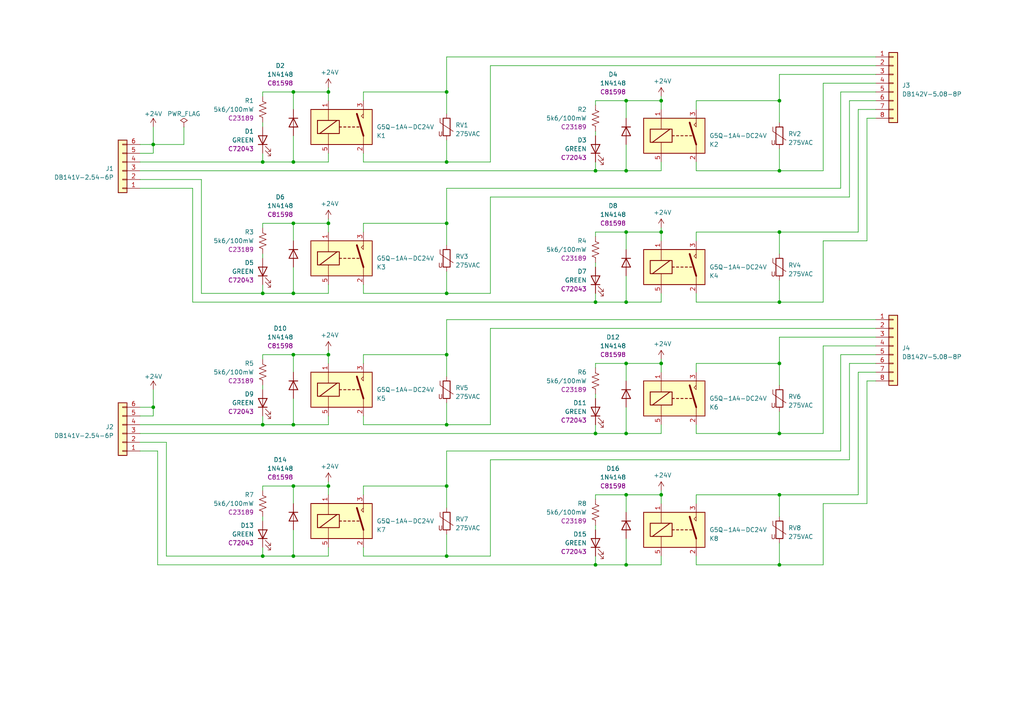
<source format=kicad_sch>
(kicad_sch (version 20231120) (generator "eeschema") (generator_version "8.0")
  (paper "A4")
  (title_block (title "8x 24V 12A Relay Module") (date "2023-05-20") (rev "V2"))
  (lib_symbols
    (symbol "Connector_Generic:Conn_01x06" (pin_names (offset 1.016) hide)
      (property "Reference" "J" (at 0 7.62 0))
      (property "Value" "Conn_01x06" (at 0 -10.16 0))
      (symbol "Conn_01x06_1_1"
        (rectangle (start -1.27 -7.493) (end 0 -7.747) (stroke (width 0.1524)))
        (rectangle (start -1.27 -4.953) (end 0 -5.207) (stroke (width 0.1524)))
        (rectangle (start -1.27 -2.413) (end 0 -2.667) (stroke (width 0.1524)))
        (rectangle (start -1.27 0.127) (end 0 -0.127) (stroke (width 0.1524)))
        (rectangle (start -1.27 2.667) (end 0 2.413) (stroke (width 0.1524)))
        (rectangle (start -1.27 5.207) (end 0 4.953) (stroke (width 0.1524)))
        (rectangle (start -1.27 6.35) (end 1.27 -8.89) (stroke (width 0.254)) (fill (type background)))
        (pin passive line (at -5.08 5.08 0) (length 3.81) (name "Pin_1") (number "1"))
        (pin passive line (at -5.08 2.54 0) (length 3.81) (name "Pin_2") (number "2"))
        (pin passive line (at -5.08 0 0) (length 3.81) (name "Pin_3") (number "3"))
        (pin passive line (at -5.08 -2.54 0) (length 3.81) (name "Pin_4") (number "4"))
        (pin passive line (at -5.08 -5.08 0) (length 3.81) (name "Pin_5") (number "5"))
        (pin passive line (at -5.08 -7.62 0) (length 3.81) (name "Pin_6") (number "6"))
      )
    )
    (symbol "Connector_Generic:Conn_01x08" (pin_names (offset 1.016) hide)
      (property "Reference" "J" (at 0 10.16 0))
      (property "Value" "Conn_01x08" (at 0 -12.7 0))
      (symbol "Conn_01x08_1_1"
        (rectangle (start -1.27 -10.033) (end 0 -10.287) (stroke (width 0.1524)))
        (rectangle (start -1.27 -7.493) (end 0 -7.747) (stroke (width 0.1524)))
        (rectangle (start -1.27 -4.953) (end 0 -5.207) (stroke (width 0.1524)))
        (rectangle (start -1.27 -2.413) (end 0 -2.667) (stroke (width 0.1524)))
        (rectangle (start -1.27 0.127) (end 0 -0.127) (stroke (width 0.1524)))
        (rectangle (start -1.27 2.667) (end 0 2.413) (stroke (width 0.1524)))
        (rectangle (start -1.27 5.207) (end 0 4.953) (stroke (width 0.1524)))
        (rectangle (start -1.27 7.747) (end 0 7.493) (stroke (width 0.1524)))
        (rectangle (start -1.27 8.89) (end 1.27 -11.43) (stroke (width 0.254)) (fill (type background)))
        (pin passive line (at -5.08 7.62 0) (length 3.81) (name "Pin_1") (number "1"))
        (pin passive line (at -5.08 5.08 0) (length 3.81) (name "Pin_2") (number "2"))
        (pin passive line (at -5.08 2.54 0) (length 3.81) (name "Pin_3") (number "3"))
        (pin passive line (at -5.08 0 0) (length 3.81) (name "Pin_4") (number "4"))
        (pin passive line (at -5.08 -2.54 0) (length 3.81) (name "Pin_5") (number "5"))
        (pin passive line (at -5.08 -5.08 0) (length 3.81) (name "Pin_6") (number "6"))
        (pin passive line (at -5.08 -7.62 0) (length 3.81) (name "Pin_7") (number "7"))
        (pin passive line (at -5.08 -10.16 0) (length 3.81) (name "Pin_8") (number "8"))
      )
    )
    (symbol "Device:D" (pin_numbers hide) (pin_names (offset 1.016) hide)
      (property "Reference" "D" (at 0 2.54 0))
      (property "Value" "D" (at 0 -2.54 0))
      (symbol "D_0_1"
        (polyline (pts (xy -1.27 1.27) (xy -1.27 -1.27)) (stroke (width 0.254)))
        (polyline (pts (xy 1.27 0) (xy -1.27 0)))
        (polyline (pts (xy 1.27 1.27) (xy 1.27 -1.27) (xy -1.27 0) (xy 1.27 1.27)) (stroke (width 0.254)))
      )
      (symbol "D_1_1"
        (pin passive line (at -3.81 0 0) (length 2.54) (name "K") (number "1"))
        (pin passive line (at 3.81 0 180) (length 2.54) (name "A") (number "2"))
      )
    )
    (symbol "Device:LED" (pin_numbers hide) (pin_names (offset 1.016) hide)
      (property "Reference" "D" (at 0 2.54 0))
      (property "Value" "LED" (at 0 -2.54 0))
      (symbol "LED_0_1"
        (polyline (pts (xy -1.27 -1.27) (xy -1.27 1.27)) (stroke (width 0.254)))
        (polyline (pts (xy -1.27 0) (xy 1.27 0)))
        (polyline (pts (xy 1.27 -1.27) (xy 1.27 1.27) (xy -1.27 0) (xy 1.27 -1.27)) (stroke (width 0.254)))
        (polyline (pts (xy -3.048 -0.762) (xy -4.572 -2.286) (xy -3.81 -2.286) (xy -4.572 -2.286) (xy -4.572 -1.524)))
        (polyline (pts (xy -1.778 -0.762) (xy -3.302 -2.286) (xy -2.54 -2.286) (xy -3.302 -2.286) (xy -3.302 -1.524)))
      )
      (symbol "LED_1_1"
        (pin passive line (at -3.81 0 0) (length 2.54) (name "K") (number "1"))
        (pin passive line (at 3.81 0 180) (length 2.54) (name "A") (number "2"))
      )
    )
    (symbol "Device:R_US" (pin_numbers hide) (pin_names (offset 0))
      (property "Reference" "R" (at 2.54 0 90))
      (property "Value" "R_US" (at -2.54 0 90))
      (symbol "R_US_0_1"
        (polyline (pts (xy 0 -2.286) (xy 0 -2.54)))
        (polyline (pts (xy 0 2.286) (xy 0 2.54)))
        (polyline (pts (xy 0 -0.762) (xy 1.016 -1.143) (xy 0 -1.524) (xy -1.016 -1.905) (xy 0 -2.286)))
        (polyline (pts (xy 0 0.762) (xy 1.016 0.381) (xy 0 0) (xy -1.016 -0.381) (xy 0 -0.762)))
        (polyline (pts (xy 0 2.286) (xy 1.016 1.905) (xy 0 1.524) (xy -1.016 1.143) (xy 0 0.762)))
      )
      (symbol "R_US_1_1"
        (pin passive line (at 0 3.81 270) (length 1.27) (name "~") (number "1"))
        (pin passive line (at 0 -3.81 90) (length 1.27) (name "~") (number "2"))
      )
    )
    (symbol "Device:Varistor" (pin_numbers hide) (pin_names (offset 0))
      (property "Reference" "RV" (at 3.175 0 90))
      (property "Value" "Varistor" (at -3.175 0 90))
      (symbol "Varistor_0_0"
        (text "U" (at -1.778 -2.032 0) (effects (font (size 1.27 1.27))))
      )
      (symbol "Varistor_0_1"
        (rectangle (start -1.016 -2.54) (end 1.016 2.54) (stroke (width 0.254)))
        (polyline (pts (xy -1.905 2.54) (xy -1.905 1.27) (xy 1.905 -1.27)))
      )
      (symbol "Varistor_1_1"
        (pin passive line (at 0 3.81 270) (length 1.27) (name "~") (number "1"))
        (pin passive line (at 0 -3.81 90) (length 1.27) (name "~") (number "2"))
      )
    )
    (symbol "Tales:G5Q-1A"
      (property "Reference" "K" (at 8.89 3.81 0))
      (property "Value" "G5Q-1A" (at 8.89 1.27 0))
      (symbol "G5Q-1A_0_0"
        (polyline (pts (xy 5.08 5.08) (xy 5.08 2.54) (xy 4.445 3.175) (xy 5.08 3.81)))
      )
      (symbol "G5Q-1A_0_1"
        (rectangle (start -10.16 5.08) (end 7.62 -5.08) (stroke (width 0.254)) (fill (type background)))
        (rectangle (start -8.255 1.905) (end -1.905 -1.905) (stroke (width 0.254)))
        (polyline (pts (xy -7.62 -1.905) (xy -2.54 1.905)) (stroke (width 0.254)))
        (polyline (pts (xy -5.08 -5.08) (xy -5.08 -1.905)))
        (polyline (pts (xy -5.08 5.08) (xy -5.08 1.905)))
        (polyline (pts (xy -1.905 0) (xy -1.27 0)) (stroke (width 0.254)))
        (polyline (pts (xy -0.635 0) (xy 0 0)) (stroke (width 0.254)))
        (polyline (pts (xy 0.635 0) (xy 1.27 0)) (stroke (width 0.254)))
        (polyline (pts (xy 1.905 0) (xy 2.54 0)) (stroke (width 0.254)))
        (polyline (pts (xy 3.175 0) (xy 3.81 0)) (stroke (width 0.254)))
        (polyline (pts (xy 5.08 -2.54) (xy 3.175 3.81)) (stroke (width 0.508)))
        (polyline (pts (xy 5.08 -2.54) (xy 5.08 -5.08)))
      )
      (symbol "G5Q-1A_1_1"
        (pin passive line (at -5.08 7.62 270) (length 2.54) (name "~") (number "1"))
        (pin passive line (at 5.08 -7.62 90) (length 2.54) (name "~") (number "2"))
        (pin passive line (at 5.08 7.62 270) (length 2.54) (name "~") (number "3"))
        (pin passive line (at -5.08 -7.62 90) (length 2.54) (name "~") (number "5"))
      )
    )
    (symbol "power:+24V" (power) (pin_names (offset 0))
      (property "Value" "+24V" (at 0 3.556 0))
      (symbol "+24V_0_1"
        (polyline (pts (xy -0.762 1.27) (xy 0 2.54)))
        (polyline (pts (xy 0 0) (xy 0 2.54)))
        (polyline (pts (xy 0 2.54) (xy 0.762 1.27)))
      )
      (symbol "+24V_1_1"
        (pin power_in line (at 0 0 90) (length 0) hide (name "+24V") (number "1"))
      )
    )
    (symbol "power:PWR_FLAG" (power) (pin_numbers hide) (pin_names (offset 0) hide)
      (property "Value" "PWR_FLAG" (at 0 3.81 0))
      (symbol "PWR_FLAG_0_0"
        (pin power_out line (at 0 0 90) (length 0) (name "pwr") (number "1"))
      )
      (symbol "PWR_FLAG_0_1"
        (polyline (pts (xy 0 0) (xy 0 1.27) (xy -1.016 1.905) (xy 0 2.54) (xy 1.016 1.905) (xy 0 1.27)))
      )
    )
  )
  (junction (at 226.06 105.41))
  (junction (at 181.61 163.83))
  (junction (at 191.77 105.41))
  (junction (at 129.54 140.97))
  (junction (at 76.2 85.09))
  (junction (at 191.77 29.21))
  (junction (at 181.61 125.73))
  (junction (at 95.25 102.87))
  (junction (at 44.45 41.91))
  (junction (at 129.54 161.29))
  (junction (at 129.54 64.77))
  (junction (at 181.61 49.53))
  (junction (at 226.06 125.73))
  (junction (at 226.06 49.53))
  (junction (at 226.06 67.31))
  (junction (at 76.2 161.29))
  (junction (at 172.72 163.83))
  (junction (at 181.61 67.31))
  (junction (at 85.09 85.09))
  (junction (at 172.72 125.73))
  (junction (at 95.25 64.77))
  (junction (at 85.09 123.19))
  (junction (at 85.09 64.77))
  (junction (at 129.54 46.99))
  (junction (at 76.2 123.19))
  (junction (at 85.09 26.67))
  (junction (at 85.09 140.97))
  (junction (at 44.45 118.11))
  (junction (at 226.06 143.51))
  (junction (at 95.25 140.97))
  (junction (at 95.25 26.67))
  (junction (at 226.06 87.63))
  (junction (at 85.09 161.29))
  (junction (at 226.06 163.83))
  (junction (at 181.61 143.51))
  (junction (at 129.54 102.87))
  (junction (at 226.06 29.21))
  (junction (at 172.72 49.53))
  (junction (at 191.77 143.51))
  (junction (at 172.72 87.63))
  (junction (at 181.61 87.63))
  (junction (at 85.09 102.87))
  (junction (at 191.77 67.31))
  (junction (at 129.54 85.09))
  (junction (at 129.54 26.67))
  (junction (at 85.09 46.99))
  (junction (at 181.61 105.41))
  (junction (at 181.61 29.21))
  (junction (at 129.54 123.19))
  (junction (at 76.2 46.99))
  (wire (pts (xy 142.24 133.35) (xy 142.24 161.29)))
  (wire (pts (xy 238.76 125.73) (xy 226.06 125.73)))
  (wire (pts (xy 76.2 46.99) (xy 85.09 46.99)))
  (wire (pts (xy 45.72 130.81) (xy 40.64 130.81)))
  (wire (pts (xy 129.54 16.51) (xy 129.54 26.67)))
  (wire (pts (xy 76.2 140.97) (xy 76.2 142.24)))
  (wire (pts (xy 129.54 85.09) (xy 105.41 85.09)))
  (wire (pts (xy 142.24 161.29) (xy 129.54 161.29)))
  (wire (pts (xy 58.42 85.09) (xy 76.2 85.09)))
  (wire (pts (xy 95.25 63.5) (xy 95.25 64.77)))
  (wire (pts (xy 172.72 38.1) (xy 172.72 39.37)))
  (wire (pts (xy 129.54 109.22) (xy 129.54 102.87)))
  (wire (pts (xy 243.84 130.81) (xy 243.84 102.87)))
  (wire (pts (xy 95.25 82.55) (xy 95.25 85.09)))
  (wire (pts (xy 172.72 161.29) (xy 172.72 163.83)))
  (wire (pts (xy 76.2 82.55) (xy 76.2 85.09)))
  (wire (pts (xy 201.93 161.29) (xy 201.93 163.83)))
  (wire (pts (xy 142.24 19.05) (xy 142.24 46.99)))
  (wire (pts (xy 129.54 130.81) (xy 243.84 130.81)))
  (wire (pts (xy 226.06 125.73) (xy 201.93 125.73)))
  (wire (pts (xy 129.54 154.94) (xy 129.54 161.29)))
  (wire (pts (xy 191.77 142.24) (xy 191.77 143.51)))
  (wire (pts (xy 181.61 163.83) (xy 191.77 163.83)))
  (wire (pts (xy 181.61 80.01) (xy 181.61 87.63)))
  (wire (pts (xy 181.61 49.53) (xy 191.77 49.53)))
  (wire (pts (xy 201.93 67.31) (xy 201.93 69.85)))
  (wire (pts (xy 238.76 146.05) (xy 251.46 146.05)))
  (wire (pts (xy 181.61 118.11) (xy 181.61 125.73)))
  (wire (pts (xy 40.64 118.11) (xy 44.45 118.11)))
  (wire (pts (xy 243.84 54.61) (xy 243.84 26.67)))
  (wire (pts (xy 85.09 31.75) (xy 85.09 26.67)))
  (wire (pts (xy 226.06 163.83) (xy 201.93 163.83)))
  (wire (pts (xy 191.77 46.99) (xy 191.77 49.53)))
  (wire (pts (xy 44.45 41.91) (xy 44.45 36.83)))
  (wire (pts (xy 40.64 46.99) (xy 76.2 46.99)))
  (wire (pts (xy 172.72 67.31) (xy 172.72 68.58)))
  (wire (pts (xy 201.93 29.21) (xy 201.93 31.75)))
  (wire (pts (xy 172.72 123.19) (xy 172.72 125.73)))
  (wire (pts (xy 85.09 161.29) (xy 95.25 161.29)))
  (wire (pts (xy 226.06 111.76) (xy 226.06 105.41)))
  (wire (pts (xy 129.54 46.99) (xy 105.41 46.99)))
  (wire (pts (xy 142.24 85.09) (xy 129.54 85.09)))
  (wire (pts (xy 142.24 57.15) (xy 246.38 57.15)))
  (wire (pts (xy 191.77 27.94) (xy 191.77 29.21)))
  (wire (pts (xy 85.09 26.67) (xy 95.25 26.67)))
  (wire (pts (xy 181.61 148.59) (xy 181.61 143.51)))
  (wire (pts (xy 40.64 120.65) (xy 44.45 120.65)))
  (wire (pts (xy 248.92 67.31) (xy 248.92 31.75)))
  (wire (pts (xy 95.25 140.97) (xy 95.25 143.51)))
  (wire (pts (xy 85.09 140.97) (xy 95.25 140.97)))
  (wire (pts (xy 58.42 85.09) (xy 58.42 52.07)))
  (wire (pts (xy 76.2 64.77) (xy 76.2 66.04)))
  (wire (pts (xy 85.09 146.05) (xy 85.09 140.97)))
  (wire (pts (xy 105.41 140.97) (xy 105.41 143.51)))
  (wire (pts (xy 226.06 73.66) (xy 226.06 67.31)))
  (wire (pts (xy 201.93 143.51) (xy 201.93 146.05)))
  (wire (pts (xy 191.77 123.19) (xy 191.77 125.73)))
  (wire (pts (xy 76.2 64.77) (xy 85.09 64.77)))
  (wire (pts (xy 172.72 125.73) (xy 181.61 125.73)))
  (wire (pts (xy 191.77 67.31) (xy 191.77 69.85)))
  (wire (pts (xy 201.93 105.41) (xy 201.93 107.95)))
  (wire (pts (xy 246.38 29.21) (xy 254 29.21)))
  (wire (pts (xy 172.72 87.63) (xy 181.61 87.63)))
  (wire (pts (xy 201.93 29.21) (xy 226.06 29.21)))
  (wire (pts (xy 226.06 119.38) (xy 226.06 125.73)))
  (wire (pts (xy 251.46 110.49) (xy 254 110.49)))
  (wire (pts (xy 129.54 16.51) (xy 254 16.51)))
  (wire (pts (xy 226.06 49.53) (xy 201.93 49.53)))
  (wire (pts (xy 226.06 43.18) (xy 226.06 49.53)))
  (wire (pts (xy 105.41 158.75) (xy 105.41 161.29)))
  (wire (pts (xy 95.25 44.45) (xy 95.25 46.99)))
  (wire (pts (xy 181.61 29.21) (xy 191.77 29.21)))
  (wire (pts (xy 226.06 21.59) (xy 226.06 29.21)))
  (wire (pts (xy 142.24 95.25) (xy 254 95.25)))
  (wire (pts (xy 76.2 26.67) (xy 85.09 26.67)))
  (wire (pts (xy 172.72 29.21) (xy 172.72 30.48)))
  (wire (pts (xy 85.09 102.87) (xy 95.25 102.87)))
  (wire (pts (xy 226.06 143.51) (xy 248.92 143.51)))
  (wire (pts (xy 172.72 105.41) (xy 172.72 106.68)))
  (wire (pts (xy 181.61 34.29) (xy 181.61 29.21)))
  (wire (pts (xy 105.41 120.65) (xy 105.41 123.19)))
  (wire (pts (xy 40.64 125.73) (xy 172.72 125.73)))
  (wire (pts (xy 95.25 102.87) (xy 95.25 105.41)))
  (wire (pts (xy 55.88 87.63) (xy 172.72 87.63)))
  (wire (pts (xy 248.92 31.75) (xy 254 31.75)))
  (wire (pts (xy 172.72 29.21) (xy 181.61 29.21)))
  (wire (pts (xy 129.54 92.71) (xy 254 92.71)))
  (wire (pts (xy 85.09 123.19) (xy 95.25 123.19)))
  (wire (pts (xy 76.2 26.67) (xy 76.2 27.94)))
  (wire (pts (xy 172.72 143.51) (xy 181.61 143.51)))
  (wire (pts (xy 95.25 158.75) (xy 95.25 161.29)))
  (wire (pts (xy 181.61 72.39) (xy 181.61 67.31)))
  (wire (pts (xy 95.25 101.6) (xy 95.25 102.87)))
  (wire (pts (xy 181.61 67.31) (xy 191.77 67.31)))
  (wire (pts (xy 181.61 143.51) (xy 191.77 143.51)))
  (wire (pts (xy 76.2 123.19) (xy 85.09 123.19)))
  (wire (pts (xy 105.41 140.97) (xy 129.54 140.97)))
  (wire (pts (xy 105.41 64.77) (xy 129.54 64.77)))
  (wire (pts (xy 181.61 125.73) (xy 191.77 125.73)))
  (wire (pts (xy 129.54 116.84) (xy 129.54 123.19)))
  (wire (pts (xy 95.25 26.67) (xy 95.25 29.21)))
  (wire (pts (xy 58.42 52.07) (xy 40.64 52.07)))
  (wire (pts (xy 142.24 133.35) (xy 246.38 133.35)))
  (wire (pts (xy 226.06 97.79) (xy 226.06 105.41)))
  (wire (pts (xy 201.93 67.31) (xy 226.06 67.31)))
  (wire (pts (xy 40.64 49.53) (xy 172.72 49.53)))
  (wire (pts (xy 48.26 128.27) (xy 48.26 161.29)))
  (wire (pts (xy 243.84 26.67) (xy 254 26.67)))
  (wire (pts (xy 129.54 123.19) (xy 105.41 123.19)))
  (wire (pts (xy 226.06 157.48) (xy 226.06 163.83)))
  (wire (pts (xy 76.2 35.56) (xy 76.2 36.83)))
  (wire (pts (xy 129.54 147.32) (xy 129.54 140.97)))
  (wire (pts (xy 191.77 85.09) (xy 191.77 87.63)))
  (wire (pts (xy 251.46 146.05) (xy 251.46 110.49)))
  (wire (pts (xy 243.84 102.87) (xy 254 102.87)))
  (wire (pts (xy 142.24 19.05) (xy 254 19.05)))
  (wire (pts (xy 246.38 133.35) (xy 246.38 105.41)))
  (wire (pts (xy 181.61 110.49) (xy 181.61 105.41)))
  (wire (pts (xy 76.2 102.87) (xy 76.2 104.14)))
  (wire (pts (xy 226.06 21.59) (xy 254 21.59)))
  (wire (pts (xy 76.2 120.65) (xy 76.2 123.19)))
  (wire (pts (xy 45.72 163.83) (xy 172.72 163.83)))
  (wire (pts (xy 129.54 71.12) (xy 129.54 64.77)))
  (wire (pts (xy 238.76 146.05) (xy 238.76 163.83)))
  (wire (pts (xy 105.41 64.77) (xy 105.41 67.31)))
  (wire (pts (xy 95.25 25.4) (xy 95.25 26.67)))
  (wire (pts (xy 172.72 67.31) (xy 181.61 67.31)))
  (wire (pts (xy 105.41 44.45) (xy 105.41 46.99)))
  (wire (pts (xy 129.54 33.02) (xy 129.54 26.67)))
  (wire (pts (xy 129.54 78.74) (xy 129.54 85.09)))
  (wire (pts (xy 191.77 66.04) (xy 191.77 67.31)))
  (wire (pts (xy 238.76 163.83) (xy 226.06 163.83)))
  (wire (pts (xy 238.76 49.53) (xy 226.06 49.53)))
  (wire (pts (xy 44.45 41.91) (xy 44.45 44.45)))
  (wire (pts (xy 129.54 40.64) (xy 129.54 46.99)))
  (wire (pts (xy 201.93 85.09) (xy 201.93 87.63)))
  (wire (pts (xy 238.76 24.13) (xy 238.76 49.53)))
  (wire (pts (xy 181.61 156.21) (xy 181.61 163.83)))
  (wire (pts (xy 172.72 163.83) (xy 181.61 163.83)))
  (wire (pts (xy 53.34 36.83) (xy 53.34 41.91)))
  (wire (pts (xy 85.09 153.67) (xy 85.09 161.29)))
  (wire (pts (xy 172.72 114.3) (xy 172.72 115.57)))
  (wire (pts (xy 85.09 64.77) (xy 95.25 64.77)))
  (wire (pts (xy 85.09 77.47) (xy 85.09 85.09)))
  (wire (pts (xy 40.64 44.45) (xy 44.45 44.45)))
  (wire (pts (xy 172.72 46.99) (xy 172.72 49.53)))
  (wire (pts (xy 85.09 69.85) (xy 85.09 64.77)))
  (wire (pts (xy 85.09 107.95) (xy 85.09 102.87)))
  (wire (pts (xy 201.93 143.51) (xy 226.06 143.51)))
  (wire (pts (xy 85.09 85.09) (xy 95.25 85.09)))
  (wire (pts (xy 181.61 41.91) (xy 181.61 49.53)))
  (wire (pts (xy 172.72 143.51) (xy 172.72 144.78)))
  (wire (pts (xy 238.76 100.33) (xy 238.76 125.73)))
  (wire (pts (xy 238.76 87.63) (xy 226.06 87.63)))
  (wire (pts (xy 44.45 120.65) (xy 44.45 118.11)))
  (wire (pts (xy 226.06 35.56) (xy 226.06 29.21)))
  (wire (pts (xy 181.61 105.41) (xy 191.77 105.41)))
  (wire (pts (xy 129.54 161.29) (xy 105.41 161.29)))
  (wire (pts (xy 172.72 85.09) (xy 172.72 87.63)))
  (wire (pts (xy 48.26 161.29) (xy 76.2 161.29)))
  (wire (pts (xy 129.54 92.71) (xy 129.54 102.87)))
  (wire (pts (xy 248.92 107.95) (xy 254 107.95)))
  (wire (pts (xy 201.93 46.99) (xy 201.93 49.53)))
  (wire (pts (xy 76.2 111.76) (xy 76.2 113.03)))
  (wire (pts (xy 246.38 105.41) (xy 254 105.41)))
  (wire (pts (xy 251.46 69.85) (xy 251.46 34.29)))
  (wire (pts (xy 238.76 69.85) (xy 238.76 87.63)))
  (wire (pts (xy 238.76 24.13) (xy 254 24.13)))
  (wire (pts (xy 55.88 54.61) (xy 40.64 54.61)))
  (wire (pts (xy 105.41 26.67) (xy 105.41 29.21)))
  (wire (pts (xy 95.25 120.65) (xy 95.25 123.19)))
  (wire (pts (xy 53.34 41.91) (xy 44.45 41.91)))
  (wire (pts (xy 76.2 161.29) (xy 85.09 161.29)))
  (wire (pts (xy 85.09 115.57) (xy 85.09 123.19)))
  (wire (pts (xy 201.93 123.19) (xy 201.93 125.73)))
  (wire (pts (xy 76.2 73.66) (xy 76.2 74.93)))
  (wire (pts (xy 181.61 87.63) (xy 191.77 87.63)))
  (wire (pts (xy 76.2 158.75) (xy 76.2 161.29)))
  (wire (pts (xy 226.06 149.86) (xy 226.06 143.51)))
  (wire (pts (xy 226.06 67.31) (xy 248.92 67.31)))
  (wire (pts (xy 85.09 46.99) (xy 95.25 46.99)))
  (wire (pts (xy 40.64 123.19) (xy 76.2 123.19)))
  (wire (pts (xy 191.77 29.21) (xy 191.77 31.75)))
  (wire (pts (xy 40.64 41.91) (xy 44.45 41.91)))
  (wire (pts (xy 191.77 143.51) (xy 191.77 146.05)))
  (wire (pts (xy 76.2 85.09) (xy 85.09 85.09)))
  (wire (pts (xy 238.76 69.85) (xy 251.46 69.85)))
  (wire (pts (xy 248.92 143.51) (xy 248.92 107.95)))
  (wire (pts (xy 172.72 152.4) (xy 172.72 153.67)))
  (wire (pts (xy 76.2 102.87) (xy 85.09 102.87)))
  (wire (pts (xy 129.54 54.61) (xy 129.54 64.77)))
  (wire (pts (xy 172.72 49.53) (xy 181.61 49.53)))
  (wire (pts (xy 55.88 87.63) (xy 55.88 54.61)))
  (wire (pts (xy 226.06 87.63) (xy 201.93 87.63)))
  (wire (pts (xy 172.72 76.2) (xy 172.72 77.47)))
  (wire (pts (xy 95.25 64.77) (xy 95.25 67.31)))
  (wire (pts (xy 191.77 105.41) (xy 191.77 107.95)))
  (wire (pts (xy 246.38 57.15) (xy 246.38 29.21)))
  (wire (pts (xy 201.93 105.41) (xy 226.06 105.41)))
  (wire (pts (xy 76.2 149.86) (xy 76.2 151.13)))
  (wire (pts (xy 105.41 26.67) (xy 129.54 26.67)))
  (wire (pts (xy 251.46 34.29) (xy 254 34.29)))
  (wire (pts (xy 76.2 140.97) (xy 85.09 140.97)))
  (wire (pts (xy 105.41 102.87) (xy 105.41 105.41)))
  (wire (pts (xy 142.24 46.99) (xy 129.54 46.99)))
  (wire (pts (xy 226.06 97.79) (xy 254 97.79)))
  (wire (pts (xy 191.77 161.29) (xy 191.77 163.83)))
  (wire (pts (xy 129.54 54.61) (xy 243.84 54.61)))
  (wire (pts (xy 142.24 57.15) (xy 142.24 85.09)))
  (wire (pts (xy 172.72 105.41) (xy 181.61 105.41)))
  (wire (pts (xy 44.45 118.11) (xy 44.45 113.03)))
  (wire (pts (xy 191.77 104.14) (xy 191.77 105.41)))
  (wire (pts (xy 238.76 100.33) (xy 254 100.33)))
  (wire (pts (xy 142.24 123.19) (xy 129.54 123.19)))
  (wire (pts (xy 76.2 44.45) (xy 76.2 46.99)))
  (wire (pts (xy 85.09 39.37) (xy 85.09 46.99)))
  (wire (pts (xy 95.25 139.7) (xy 95.25 140.97)))
  (wire (pts (xy 105.41 102.87) (xy 129.54 102.87)))
  (wire (pts (xy 45.72 130.81) (xy 45.72 163.83)))
  (wire (pts (xy 129.54 130.81) (xy 129.54 140.97)))
  (wire (pts (xy 226.06 81.28) (xy 226.06 87.63)))
  (wire (pts (xy 48.26 128.27) (xy 40.64 128.27)))
  (wire (pts (xy 142.24 95.25) (xy 142.24 123.19)))
  (wire (pts (xy 105.41 82.55) (xy 105.41 85.09)))
  (symbol (lib_id "Device:LED") (at 76.2 154.94 90) (unit 1)
    (property "Reference" "D13" (at 73.66 152.4 90) (effects (justify left)))
    (property "Value" "GREEN" (at 73.66 154.94 90) (effects (justify left)))
    (property "Footprint" "Tales:LED_0603_1608Metric" (effects (hide yes)))
    (property "Mfr" "Everlight" (effects (hide yes)))
    (property "Mfr PN" "19-217/GHC-YR1S2/3T" (effects (hide yes)))
    (property "Vendor" "JLCPCB" (effects (hide yes)))
    (property "Vendor PN" "C72043" (effects (hide yes)))
    (property "LCSC Part #" "C72043" (at 73.66 157.48 90) (effects (justify left)))
    (property "JLCPCB BOM" "1" (effects (hide yes)))
    (property "Package" "0603/1608" (effects (hide yes)))
  )
  (symbol (lib_id "power:+24V") (at 95.25 25.4 0) (unit 1)
    (property "Reference" "#PWR0109" (effects (hide yes)))
    (property "Value" "+24V" (at 95.631 21.0058 0))
  )
  (symbol (lib_id "Device:Varistor") (at 129.54 113.03 0) (unit 1)
    (property "Reference" "RV5" (at 132.08 112.4942 0) (effects (justify left)))
    (property "Value" "275VAC" (at 132.08 115.0342 0) (effects (justify left)))
    (property "Footprint" "Tales:RV_Disc_D9.50mm_W3.6mm_P5.08mm" (effects (hide yes)))
    (property "Mfr" "Dersonic" (effects (hide yes)))
    (property "Mfr PN" "RM07D431KC1IE100" (effects (hide yes)))
    (property "Technology" "MOV" (effects (hide yes)))
    (property "Vendor" "JLCPCB" (effects (hide yes)))
    (property "Vendor PN" "C2761646" (effects (hide yes)))
    (property "JLCPCB BOM" "1" (effects (hide yes)))
    (property "Package" "9.5x5.08mm" (effects (hide yes)))
    (property "LCSC Part #" "C2761646" (effects (hide yes)))
  )
  (symbol (lib_id "Device:LED") (at 172.72 81.28 90) (unit 1)
    (property "Reference" "D7" (at 170.18 78.74 90) (effects (justify left)))
    (property "Value" "GREEN" (at 170.18 81.28 90) (effects (justify left)))
    (property "Footprint" "Tales:LED_0603_1608Metric" (effects (hide yes)))
    (property "Mfr" "Everlight" (effects (hide yes)))
    (property "Mfr PN" "19-217/GHC-YR1S2/3T" (effects (hide yes)))
    (property "Vendor" "JLCPCB" (effects (hide yes)))
    (property "Vendor PN" "C72043" (effects (hide yes)))
    (property "LCSC Part #" "C72043" (at 170.18 83.82 90) (effects (justify left)))
    (property "JLCPCB BOM" "1" (effects (hide yes)))
    (property "Package" "0603/1608" (effects (hide yes)))
  )
  (symbol (lib_id "Tales:G5Q-1A") (at 100.33 151.13 0) (unit 1)
    (property "Reference" "K7" (at 109.22 153.67 0) (effects (justify left)))
    (property "Value" "G5Q-1A4-DC24V" (at 109.22 151.13 0) (effects (justify left)))
    (property "Footprint" "Tales:Relay_SPST_Omron-G5Q-1A" (effects (hide yes)))
    (property "Mfr" "Omron Electronics" (effects (hide yes)))
    (property "Mfr PN" "G5Q-1A4-DC24V" (effects (hide yes)))
    (property "Vendor" "JLCPCB" (effects (hide yes)))
    (property "Vendor PN" "C2931104" (effects (hide yes)))
    (property "JLCPCB BOM" "1" (effects (hide yes)))
    (property "LCSC Part #" "C2931104" (effects (hide yes)))
  )
  (symbol (lib_id "Tales:G5Q-1A") (at 100.33 74.93 0) (unit 1)
    (property "Reference" "K3" (at 109.22 77.47 0) (effects (justify left)))
    (property "Value" "G5Q-1A4-DC24V" (at 109.22 74.93 0) (effects (justify left)))
    (property "Footprint" "Tales:Relay_SPST_Omron-G5Q-1A" (effects (hide yes)))
    (property "Mfr" "Omron Electronics" (effects (hide yes)))
    (property "Mfr PN" "G5Q-1A4-DC24V" (effects (hide yes)))
    (property "Vendor" "JLCPCB" (effects (hide yes)))
    (property "Vendor PN" "C2931104" (effects (hide yes)))
    (property "JLCPCB BOM" "1" (effects (hide yes)))
    (property "LCSC Part #" "C2931104" (effects (hide yes)))
  )
  (symbol (lib_id "Device:R_US") (at 172.72 110.49 0) (unit 1)
    (property "Reference" "R6" (at 170.18 107.95 0) (effects (justify right)))
    (property "Value" "5k6/100mW" (at 170.18 110.49 0) (effects (justify right)))
    (property "Footprint" "Tales:R_0603_1608Metric" (effects (hide yes)))
    (property "Mfr" "Uniroyal" (effects (hide yes)))
    (property "Vendor" "JLCPCB" (effects (hide yes)))
    (property "Mfr PN" "0603WAF5601T5E" (effects (hide yes)))
    (property "Vendor PN" "C23189" (effects (hide yes)))
    (property "LCSC Part #" "C23189" (at 170.18 113.03 0) (effects (justify right)))
    (property "JLCPCB BOM" "1" (effects (hide yes)))
    (property "Package" "0603/1608" (effects (hide yes)))
  )
  (symbol (lib_id "Device:D") (at 85.09 35.56 270) (unit 1)
    (property "Reference" "D2" (at 81.28 19.05 90))
    (property "Value" "1N4148" (at 81.28 21.59 90))
    (property "Footprint" "Tales:D_SOD-123" (effects (hide yes)))
    (property "Vendor" "JLCPCB" (effects (hide yes)))
    (property "Mfr" "Semtech" (effects (hide yes)))
    (property "Mfr PN" "1N4148W" (effects (hide yes)))
    (property "Vendor PN" "C81598" (effects (hide yes)))
    (property "LCSC Part #" "C81598" (at 81.28 24.13 90))
    (property "JLCPCB BOM" "1" (effects (hide yes)))
    (property "Package" "SOD-123" (effects (hide yes)))
  )
  (symbol (lib_id "power:+24V") (at 191.77 142.24 0) (unit 1)
    (property "Reference" "#PWR0101" (effects (hide yes)))
    (property "Value" "+24V" (at 192.151 137.8458 0))
  )
  (symbol (lib_id "Device:D") (at 181.61 114.3 270) (unit 1)
    (property "Reference" "D12" (at 177.8 97.79 90))
    (property "Value" "1N4148" (at 177.8 100.33 90))
    (property "Footprint" "Tales:D_SOD-123" (effects (hide yes)))
    (property "Vendor" "JLCPCB" (effects (hide yes)))
    (property "Mfr" "Semtech" (effects (hide yes)))
    (property "Mfr PN" "1N4148W" (effects (hide yes)))
    (property "Vendor PN" "C81598" (effects (hide yes)))
    (property "LCSC Part #" "C81598" (at 177.8 102.87 90))
    (property "JLCPCB BOM" "1" (effects (hide yes)))
    (property "Package" "SOD-123" (effects (hide yes)))
  )
  (symbol (lib_id "Device:R_US") (at 172.72 148.59 0) (unit 1)
    (property "Reference" "R8" (at 170.18 146.05 0) (effects (justify right)))
    (property "Value" "5k6/100mW" (at 170.18 148.59 0) (effects (justify right)))
    (property "Footprint" "Tales:R_0603_1608Metric" (effects (hide yes)))
    (property "Mfr" "Uniroyal" (effects (hide yes)))
    (property "Vendor" "JLCPCB" (effects (hide yes)))
    (property "Mfr PN" "0603WAF5601T5E" (effects (hide yes)))
    (property "Vendor PN" "C23189" (effects (hide yes)))
    (property "LCSC Part #" "C23189" (at 170.18 151.13 0) (effects (justify right)))
    (property "JLCPCB BOM" "1" (effects (hide yes)))
    (property "Package" "0603/1608" (effects (hide yes)))
  )
  (symbol (lib_id "power:+24V") (at 95.25 101.6 0) (unit 1)
    (property "Reference" "#PWR0105" (effects (hide yes)))
    (property "Value" "+24V" (at 95.631 97.2058 0))
  )
  (symbol (lib_id "Device:LED") (at 76.2 116.84 90) (unit 1)
    (property "Reference" "D9" (at 73.66 114.3 90) (effects (justify left)))
    (property "Value" "GREEN" (at 73.66 116.84 90) (effects (justify left)))
    (property "Footprint" "Tales:LED_0603_1608Metric" (effects (hide yes)))
    (property "Mfr" "Everlight" (effects (hide yes)))
    (property "Mfr PN" "19-217/GHC-YR1S2/3T" (effects (hide yes)))
    (property "Vendor" "JLCPCB" (effects (hide yes)))
    (property "Vendor PN" "C72043" (effects (hide yes)))
    (property "LCSC Part #" "C72043" (at 73.66 119.38 90) (effects (justify left)))
    (property "JLCPCB BOM" "1" (effects (hide yes)))
    (property "Package" "0603/1608" (effects (hide yes)))
  )
  (symbol (lib_id "Device:R_US") (at 76.2 31.75 0) (unit 1)
    (property "Reference" "R1" (at 73.66 29.21 0) (effects (justify right)))
    (property "Value" "5k6/100mW" (at 73.66 31.75 0) (effects (justify right)))
    (property "Footprint" "Tales:R_0603_1608Metric" (effects (hide yes)))
    (property "Mfr" "Uniroyal" (effects (hide yes)))
    (property "Vendor" "JLCPCB" (effects (hide yes)))
    (property "Mfr PN" "0603WAF5601T5E" (effects (hide yes)))
    (property "Vendor PN" "C23189" (effects (hide yes)))
    (property "LCSC Part #" "C23189" (at 73.66 34.29 0) (effects (justify right)))
    (property "JLCPCB BOM" "1" (effects (hide yes)))
    (property "Package" "0603/1608" (effects (hide yes)))
  )
  (symbol (lib_id "power:+24V") (at 191.77 27.94 0) (unit 1)
    (property "Reference" "#PWR0103" (effects (hide yes)))
    (property "Value" "+24V" (at 192.151 23.5458 0))
  )
  (symbol (lib_id "power:PWR_FLAG") (at 53.34 36.83 0) (unit 1)
    (property "Reference" "#FLG0101" (effects (hide yes)))
    (property "Value" "PWR_FLAG" (at 53.34 33.02 0))
  )
  (symbol (lib_id "Device:R_US") (at 76.2 107.95 0) (unit 1)
    (property "Reference" "R5" (at 73.66 105.41 0) (effects (justify right)))
    (property "Value" "5k6/100mW" (at 73.66 107.95 0) (effects (justify right)))
    (property "Footprint" "Tales:R_0603_1608Metric" (effects (hide yes)))
    (property "Mfr" "Uniroyal" (effects (hide yes)))
    (property "Vendor" "JLCPCB" (effects (hide yes)))
    (property "Mfr PN" "0603WAF5601T5E" (effects (hide yes)))
    (property "Vendor PN" "C23189" (effects (hide yes)))
    (property "LCSC Part #" "C23189" (at 73.66 110.49 0) (effects (justify right)))
    (property "JLCPCB BOM" "1" (effects (hide yes)))
    (property "Package" "0603/1608" (effects (hide yes)))
  )
  (symbol (lib_id "Device:LED") (at 76.2 78.74 90) (unit 1)
    (property "Reference" "D5" (at 73.66 76.2 90) (effects (justify left)))
    (property "Value" "GREEN" (at 73.66 78.74 90) (effects (justify left)))
    (property "Footprint" "Tales:LED_0603_1608Metric" (effects (hide yes)))
    (property "Mfr" "Everlight" (effects (hide yes)))
    (property "Mfr PN" "19-217/GHC-YR1S2/3T" (effects (hide yes)))
    (property "Vendor" "JLCPCB" (effects (hide yes)))
    (property "Vendor PN" "C72043" (effects (hide yes)))
    (property "LCSC Part #" "C72043" (at 73.66 81.28 90) (effects (justify left)))
    (property "JLCPCB BOM" "1" (effects (hide yes)))
    (property "Package" "0603/1608" (effects (hide yes)))
  )
  (symbol (lib_id "Device:R_US") (at 76.2 69.85 0) (unit 1)
    (property "Reference" "R3" (at 73.66 67.31 0) (effects (justify right)))
    (property "Value" "5k6/100mW" (at 73.66 69.85 0) (effects (justify right)))
    (property "Footprint" "Tales:R_0603_1608Metric" (effects (hide yes)))
    (property "Mfr" "Uniroyal" (effects (hide yes)))
    (property "Vendor" "JLCPCB" (effects (hide yes)))
    (property "Mfr PN" "0603WAF5601T5E" (effects (hide yes)))
    (property "Vendor PN" "C23189" (effects (hide yes)))
    (property "LCSC Part #" "C23189" (at 73.66 72.39 0) (effects (justify right)))
    (property "JLCPCB BOM" "1" (effects (hide yes)))
    (property "Package" "0603/1608" (effects (hide yes)))
  )
  (symbol (lib_id "Tales:G5Q-1A") (at 196.85 77.47 0) (unit 1)
    (property "Reference" "K4" (at 205.74 80.01 0) (effects (justify left)))
    (property "Value" "G5Q-1A4-DC24V" (at 205.74 77.47 0) (effects (justify left)))
    (property "Footprint" "Tales:Relay_SPST_Omron-G5Q-1A" (effects (hide yes)))
    (property "Mfr" "Omron Electronics" (effects (hide yes)))
    (property "Mfr PN" "G5Q-1A4-DC24V" (effects (hide yes)))
    (property "Vendor" "JLCPCB" (effects (hide yes)))
    (property "Vendor PN" "C2931104" (effects (hide yes)))
    (property "JLCPCB BOM" "1" (effects (hide yes)))
    (property "LCSC Part #" "C2931104" (effects (hide yes)))
  )
  (symbol (lib_id "Device:LED") (at 172.72 157.48 90) (unit 1)
    (property "Reference" "D15" (at 170.18 154.94 90) (effects (justify left)))
    (property "Value" "GREEN" (at 170.18 157.48 90) (effects (justify left)))
    (property "Footprint" "Tales:LED_0603_1608Metric" (effects (hide yes)))
    (property "Mfr" "Everlight" (effects (hide yes)))
    (property "Mfr PN" "19-217/GHC-YR1S2/3T" (effects (hide yes)))
    (property "Vendor" "JLCPCB" (effects (hide yes)))
    (property "Vendor PN" "C72043" (effects (hide yes)))
    (property "LCSC Part #" "C72043" (at 170.18 160.02 90) (effects (justify left)))
    (property "JLCPCB BOM" "1" (effects (hide yes)))
    (property "Package" "0603/1608" (effects (hide yes)))
  )
  (symbol (lib_id "Connector_Generic:Conn_01x08") (at 259.08 100.33 0) (unit 1)
    (property "Reference" "J4" (at 261.62 100.965 0) (effects (justify left)))
    (property "Value" "DB142V-5.08-8P" (at 261.62 103.505 0) (effects (justify left)))
    (property "Footprint" "Tales:TerminalBlock_Dibo_DB142V-5.08-8P_1x08_P5.08mm_Vertical" (effects (hide yes)))
    (property "Mfr" "DIBO" (effects (hide yes)))
    (property "Mfr PN" "DB142V-5.08-8P" (effects (hide yes)))
    (property "Vendor" "JLCPCB" (effects (hide yes)))
    (property "Vendor PN" "C2898705" (effects (hide yes)))
    (property "JLCPCB BOM" "1" (effects (hide yes)))
    (property "LCSC Part #" "C2898705" (effects (hide yes)))
  )
  (symbol (lib_id "Device:Varistor") (at 226.06 153.67 0) (unit 1)
    (property "Reference" "RV8" (at 228.6 153.1342 0) (effects (justify left)))
    (property "Value" "275VAC" (at 228.6 155.6742 0) (effects (justify left)))
    (property "Footprint" "Tales:RV_Disc_D9.50mm_W3.6mm_P5.08mm" (effects (hide yes)))
    (property "Mfr" "Dersonic" (effects (hide yes)))
    (property "Mfr PN" "RM07D431KC1IE100" (effects (hide yes)))
    (property "Technology" "MOV" (effects (hide yes)))
    (property "Vendor" "JLCPCB" (effects (hide yes)))
    (property "Vendor PN" "C2761646" (effects (hide yes)))
    (property "JLCPCB BOM" "1" (effects (hide yes)))
    (property "Package" "9.5x5.08mm" (effects (hide yes)))
    (property "LCSC Part #" "C2761646" (effects (hide yes)))
  )
  (symbol (lib_id "Tales:G5Q-1A") (at 100.33 113.03 0) (unit 1)
    (property "Reference" "K5" (at 109.22 115.57 0) (effects (justify left)))
    (property "Value" "G5Q-1A4-DC24V" (at 109.22 113.03 0) (effects (justify left)))
    (property "Footprint" "Tales:Relay_SPST_Omron-G5Q-1A" (effects (hide yes)))
    (property "Mfr" "Omron Electronics" (effects (hide yes)))
    (property "Mfr PN" "G5Q-1A4-DC24V" (effects (hide yes)))
    (property "Vendor" "JLCPCB" (effects (hide yes)))
    (property "Vendor PN" "C2931104" (effects (hide yes)))
    (property "JLCPCB BOM" "1" (effects (hide yes)))
    (property "LCSC Part #" "C2931104" (effects (hide yes)))
  )
  (symbol (lib_id "Tales:G5Q-1A") (at 100.33 36.83 0) (unit 1)
    (property "Reference" "K1" (at 109.22 39.37 0) (effects (justify left)))
    (property "Value" "G5Q-1A4-DC24V" (at 109.22 36.83 0) (effects (justify left)))
    (property "Footprint" "Tales:Relay_SPST_Omron-G5Q-1A" (effects (hide yes)))
    (property "Mfr" "Omron Electronics" (effects (hide yes)))
    (property "Mfr PN" "G5Q-1A4-DC24V" (effects (hide yes)))
    (property "Vendor" "JLCPCB" (effects (hide yes)))
    (property "Vendor PN" "C2931104" (effects (hide yes)))
    (property "JLCPCB BOM" "1" (effects (hide yes)))
    (property "LCSC Part #" "C2931104" (effects (hide yes)))
  )
  (symbol (lib_id "Device:D") (at 181.61 152.4 270) (unit 1)
    (property "Reference" "D16" (at 177.8 135.89 90))
    (property "Value" "1N4148" (at 177.8 138.43 90))
    (property "Footprint" "Tales:D_SOD-123" (effects (hide yes)))
    (property "Vendor" "JLCPCB" (effects (hide yes)))
    (property "Mfr" "Semtech" (effects (hide yes)))
    (property "Mfr PN" "1N4148W" (effects (hide yes)))
    (property "Vendor PN" "C81598" (effects (hide yes)))
    (property "LCSC Part #" "C81598" (at 177.8 140.97 90))
    (property "JLCPCB BOM" "1" (effects (hide yes)))
    (property "Package" "SOD-123" (effects (hide yes)))
  )
  (symbol (lib_id "power:+24V") (at 191.77 66.04 0) (unit 1)
    (property "Reference" "#PWR0102" (effects (hide yes)))
    (property "Value" "+24V" (at 192.151 61.6458 0))
  )
  (symbol (lib_id "Device:Varistor") (at 226.06 77.47 0) (unit 1)
    (property "Reference" "RV4" (at 228.6 76.9342 0) (effects (justify left)))
    (property "Value" "275VAC" (at 228.6 79.4742 0) (effects (justify left)))
    (property "Footprint" "Tales:RV_Disc_D9.50mm_W3.6mm_P5.08mm" (effects (hide yes)))
    (property "Mfr" "Dersonic" (effects (hide yes)))
    (property "Mfr PN" "RM07D431KC1IE100" (effects (hide yes)))
    (property "Technology" "MOV" (effects (hide yes)))
    (property "Vendor" "JLCPCB" (effects (hide yes)))
    (property "Vendor PN" "C2761646" (effects (hide yes)))
    (property "JLCPCB BOM" "1" (effects (hide yes)))
    (property "Package" "9.5x5.08mm" (effects (hide yes)))
    (property "LCSC Part #" "C2761646" (effects (hide yes)))
  )
  (symbol (lib_id "power:+24V") (at 44.45 113.03 0) (unit 1)
    (property "Reference" "#PWR01" (effects (hide yes)))
    (property "Value" "+24V" (at 44.45 109.22 0))
  )
  (symbol (lib_id "Device:R_US") (at 172.72 72.39 0) (unit 1)
    (property "Reference" "R4" (at 170.18 69.85 0) (effects (justify right)))
    (property "Value" "5k6/100mW" (at 170.18 72.39 0) (effects (justify right)))
    (property "Footprint" "Tales:R_0603_1608Metric" (effects (hide yes)))
    (property "Mfr" "Uniroyal" (effects (hide yes)))
    (property "Vendor" "JLCPCB" (effects (hide yes)))
    (property "Mfr PN" "0603WAF5601T5E" (effects (hide yes)))
    (property "Vendor PN" "C23189" (effects (hide yes)))
    (property "LCSC Part #" "C23189" (at 170.18 74.93 0) (effects (justify right)))
    (property "JLCPCB BOM" "1" (effects (hide yes)))
    (property "Package" "0603/1608" (effects (hide yes)))
  )
  (symbol (lib_id "Device:LED") (at 76.2 40.64 90) (unit 1)
    (property "Reference" "D1" (at 73.66 38.1 90) (effects (justify left)))
    (property "Value" "GREEN" (at 73.66 40.64 90) (effects (justify left)))
    (property "Footprint" "Tales:LED_0603_1608Metric" (effects (hide yes)))
    (property "Mfr" "Everlight" (effects (hide yes)))
    (property "Mfr PN" "19-217/GHC-YR1S2/3T" (effects (hide yes)))
    (property "Vendor" "JLCPCB" (effects (hide yes)))
    (property "Vendor PN" "C72043" (effects (hide yes)))
    (property "LCSC Part #" "C72043" (at 73.66 43.18 90) (effects (justify left)))
    (property "JLCPCB BOM" "1" (effects (hide yes)))
    (property "Package" "0603/1608" (effects (hide yes)))
  )
  (symbol (lib_id "Device:Varistor") (at 226.06 39.37 0) (unit 1)
    (property "Reference" "RV2" (at 228.6 38.8342 0) (effects (justify left)))
    (property "Value" "275VAC" (at 228.6 41.3742 0) (effects (justify left)))
    (property "Footprint" "Tales:RV_Disc_D9.50mm_W3.6mm_P5.08mm" (effects (hide yes)))
    (property "Mfr" "Dersonic" (effects (hide yes)))
    (property "Mfr PN" "RM07D431KC1IE100" (effects (hide yes)))
    (property "Technology" "MOV" (effects (hide yes)))
    (property "Vendor" "JLCPCB" (effects (hide yes)))
    (property "Vendor PN" "C2761646" (effects (hide yes)))
    (property "JLCPCB BOM" "1" (effects (hide yes)))
    (property "Package" "9.5x5.08mm" (effects (hide yes)))
    (property "LCSC Part #" "C2761646" (effects (hide yes)))
  )
  (symbol (lib_id "Connector_Generic:Conn_01x08") (at 259.08 24.13 0) (unit 1)
    (property "Reference" "J3" (at 261.62 24.765 0) (effects (justify left)))
    (property "Value" "DB142V-5.08-8P" (at 261.62 27.305 0) (effects (justify left)))
    (property "Footprint" "Tales:TerminalBlock_Dibo_DB142V-5.08-8P_1x08_P5.08mm_Vertical" (effects (hide yes)))
    (property "Mfr" "DIBO" (effects (hide yes)))
    (property "Mfr PN" "DB142V-5.08-8P" (effects (hide yes)))
    (property "Vendor" "JLCPCB" (effects (hide yes)))
    (property "Vendor PN" "C2898705" (effects (hide yes)))
    (property "JLCPCB BOM" "1" (effects (hide yes)))
    (property "LCSC Part #" "C2898705" (effects (hide yes)))
  )
  (symbol (lib_id "Device:R_US") (at 76.2 146.05 0) (unit 1)
    (property "Reference" "R7" (at 73.66 143.51 0) (effects (justify right)))
    (property "Value" "5k6/100mW" (at 73.66 146.05 0) (effects (justify right)))
    (property "Footprint" "Tales:R_0603_1608Metric" (effects (hide yes)))
    (property "Mfr" "Uniroyal" (effects (hide yes)))
    (property "Vendor" "JLCPCB" (effects (hide yes)))
    (property "Mfr PN" "0603WAF5601T5E" (effects (hide yes)))
    (property "Vendor PN" "C23189" (effects (hide yes)))
    (property "LCSC Part #" "C23189" (at 73.66 148.59 0) (effects (justify right)))
    (property "JLCPCB BOM" "1" (effects (hide yes)))
    (property "Package" "0603/1608" (effects (hide yes)))
  )
  (symbol (lib_id "Device:R_US") (at 172.72 34.29 0) (unit 1)
    (property "Reference" "R2" (at 170.18 31.75 0) (effects (justify right)))
    (property "Value" "5k6/100mW" (at 170.18 34.29 0) (effects (justify right)))
    (property "Footprint" "Tales:R_0603_1608Metric" (effects (hide yes)))
    (property "Mfr" "Uniroyal" (effects (hide yes)))
    (property "Vendor" "JLCPCB" (effects (hide yes)))
    (property "Mfr PN" "0603WAF5601T5E" (effects (hide yes)))
    (property "Vendor PN" "C23189" (effects (hide yes)))
    (property "LCSC Part #" "C23189" (at 170.18 36.83 0) (effects (justify right)))
    (property "JLCPCB BOM" "1" (effects (hide yes)))
    (property "Package" "0603/1608" (effects (hide yes)))
  )
  (symbol (lib_id "power:+24V") (at 95.25 63.5 0) (unit 1)
    (property "Reference" "#PWR0106" (effects (hide yes)))
    (property "Value" "+24V" (at 95.631 59.1058 0))
  )
  (symbol (lib_id "Connector_Generic:Conn_01x06") (at 35.56 49.53 180) (unit 1)
    (property "Reference" "J1" (at 33.02 48.895 0) (effects (justify left)))
    (property "Value" "DB141V-2.54-6P" (at 33.02 51.435 0) (effects (justify left)))
    (property "Footprint" "Tales:TerminalBlock_Dibo_DB141V-2.54-6P_1x06_P2.54mm_Vertical" (effects (hide yes)))
    (property "JLCPCB BOM" "1" (effects (hide yes)))
    (property "LCSC Part #" "C2898747" (effects (hide yes)))
    (property "Mfr" "DIBO" (effects (hide yes)))
    (property "Mfr PN" "DB141V-2.54-6P" (effects (hide yes)))
    (property "Vendor" "JLCPCB" (effects (hide yes)))
    (property "Vendor PN" "C2898747" (effects (hide yes)))
  )
  (symbol (lib_id "power:+24V") (at 191.77 104.14 0) (unit 1)
    (property "Reference" "#PWR0104" (effects (hide yes)))
    (property "Value" "+24V" (at 192.151 99.7458 0))
  )
  (symbol (lib_id "Device:LED") (at 172.72 119.38 90) (unit 1)
    (property "Reference" "D11" (at 170.18 116.84 90) (effects (justify left)))
    (property "Value" "GREEN" (at 170.18 119.38 90) (effects (justify left)))
    (property "Footprint" "Tales:LED_0603_1608Metric" (effects (hide yes)))
    (property "Mfr" "Everlight" (effects (hide yes)))
    (property "Mfr PN" "19-217/GHC-YR1S2/3T" (effects (hide yes)))
    (property "Vendor" "JLCPCB" (effects (hide yes)))
    (property "Vendor PN" "C72043" (effects (hide yes)))
    (property "LCSC Part #" "C72043" (at 170.18 121.92 90) (effects (justify left)))
    (property "JLCPCB BOM" "1" (effects (hide yes)))
    (property "Package" "0603/1608" (effects (hide yes)))
  )
  (symbol (lib_id "Device:Varistor") (at 129.54 151.13 0) (unit 1)
    (property "Reference" "RV7" (at 132.08 150.5942 0) (effects (justify left)))
    (property "Value" "275VAC" (at 132.08 153.1342 0) (effects (justify left)))
    (property "Footprint" "Tales:RV_Disc_D9.50mm_W3.6mm_P5.08mm" (effects (hide yes)))
    (property "Mfr" "Dersonic" (effects (hide yes)))
    (property "Mfr PN" "RM07D431KC1IE100" (effects (hide yes)))
    (property "Technology" "MOV" (effects (hide yes)))
    (property "Vendor" "JLCPCB" (effects (hide yes)))
    (property "Vendor PN" "C2761646" (effects (hide yes)))
    (property "JLCPCB BOM" "1" (effects (hide yes)))
    (property "Package" "9.5x5.08mm" (effects (hide yes)))
    (property "LCSC Part #" "C2761646" (effects (hide yes)))
  )
  (symbol (lib_id "Device:D") (at 85.09 149.86 270) (unit 1)
    (property "Reference" "D14" (at 81.28 133.35 90))
    (property "Value" "1N4148" (at 81.28 135.89 90))
    (property "Footprint" "Tales:D_SOD-123" (effects (hide yes)))
    (property "Vendor" "JLCPCB" (effects (hide yes)))
    (property "Mfr" "Semtech" (effects (hide yes)))
    (property "Mfr PN" "1N4148W" (effects (hide yes)))
    (property "Vendor PN" "C81598" (effects (hide yes)))
    (property "LCSC Part #" "C81598" (at 81.28 138.43 90))
    (property "JLCPCB BOM" "1" (effects (hide yes)))
    (property "Package" "SOD-123" (effects (hide yes)))
  )
  (symbol (lib_id "Device:D") (at 181.61 76.2 270) (unit 1)
    (property "Reference" "D8" (at 177.8 59.69 90))
    (property "Value" "1N4148" (at 177.8 62.23 90))
    (property "Footprint" "Tales:D_SOD-123" (effects (hide yes)))
    (property "Vendor" "JLCPCB" (effects (hide yes)))
    (property "Mfr" "Semtech" (effects (hide yes)))
    (property "Mfr PN" "1N4148W" (effects (hide yes)))
    (property "Vendor PN" "C81598" (effects (hide yes)))
    (property "LCSC Part #" "C81598" (at 177.8 64.77 90))
    (property "JLCPCB BOM" "1" (effects (hide yes)))
    (property "Package" "SOD-123" (effects (hide yes)))
  )
  (symbol (lib_id "Tales:G5Q-1A") (at 196.85 153.67 0) (unit 1)
    (property "Reference" "K8" (at 205.74 156.21 0) (effects (justify left)))
    (property "Value" "G5Q-1A4-DC24V" (at 205.74 153.67 0) (effects (justify left)))
    (property "Footprint" "Tales:Relay_SPST_Omron-G5Q-1A" (effects (hide yes)))
    (property "Mfr" "Omron Electronics" (effects (hide yes)))
    (property "Mfr PN" "G5Q-1A4-DC24V" (effects (hide yes)))
    (property "Vendor" "JLCPCB" (effects (hide yes)))
    (property "Vendor PN" "C2931104" (effects (hide yes)))
    (property "JLCPCB BOM" "1" (effects (hide yes)))
    (property "LCSC Part #" "C2931104" (effects (hide yes)))
  )
  (symbol (lib_id "power:+24V") (at 44.45 36.83 0) (unit 1)
    (property "Reference" "#PWR0108" (effects (hide yes)))
    (property "Value" "+24V" (at 44.45 33.02 0))
  )
  (symbol (lib_id "Device:Varistor") (at 226.06 115.57 0) (unit 1)
    (property "Reference" "RV6" (at 228.6 115.0342 0) (effects (justify left)))
    (property "Value" "275VAC" (at 228.6 117.5742 0) (effects (justify left)))
    (property "Footprint" "Tales:RV_Disc_D9.50mm_W3.6mm_P5.08mm" (effects (hide yes)))
    (property "Mfr" "Dersonic" (effects (hide yes)))
    (property "Mfr PN" "RM07D431KC1IE100" (effects (hide yes)))
    (property "Technology" "MOV" (effects (hide yes)))
    (property "Vendor" "JLCPCB" (effects (hide yes)))
    (property "Vendor PN" "C2761646" (effects (hide yes)))
    (property "JLCPCB BOM" "1" (effects (hide yes)))
    (property "Package" "9.5x5.08mm" (effects (hide yes)))
    (property "LCSC Part #" "C2761646" (effects (hide yes)))
  )
  (symbol (lib_id "Connector_Generic:Conn_01x06") (at 35.56 125.73 180) (unit 1)
    (property "Reference" "J2" (at 33.02 123.825 0) (effects (justify left)))
    (property "Value" "DB141V-2.54-6P" (at 33.02 126.365 0) (effects (justify left)))
    (property "Footprint" "Tales:TerminalBlock_Dibo_DB141V-2.54-6P_1x06_P2.54mm_Vertical" (effects (hide yes)))
    (property "JLCPCB BOM" "1" (effects (hide yes)))
    (property "LCSC Part #" "C2898747" (effects (hide yes)))
    (property "Mfr" "DIBO" (effects (hide yes)))
    (property "Mfr PN" "DB141V-2.54-6P" (effects (hide yes)))
    (property "Vendor" "JLCPCB" (effects (hide yes)))
    (property "Vendor PN" "C2898747" (effects (hide yes)))
  )
  (symbol (lib_id "power:+24V") (at 95.25 139.7 0) (unit 1)
    (property "Reference" "#PWR0107" (effects (hide yes)))
    (property "Value" "+24V" (at 95.631 135.3058 0))
  )
  (symbol (lib_id "Device:D") (at 85.09 73.66 270) (unit 1)
    (property "Reference" "D6" (at 81.28 57.15 90))
    (property "Value" "1N4148" (at 81.28 59.69 90))
    (property "Footprint" "Tales:D_SOD-123" (effects (hide yes)))
    (property "Vendor" "JLCPCB" (effects (hide yes)))
    (property "Mfr" "Semtech" (effects (hide yes)))
    (property "Mfr PN" "1N4148W" (effects (hide yes)))
    (property "Vendor PN" "C81598" (effects (hide yes)))
    (property "LCSC Part #" "C81598" (at 81.28 62.23 90))
    (property "JLCPCB BOM" "1" (effects (hide yes)))
    (property "Package" "SOD-123" (effects (hide yes)))
  )
  (symbol (lib_id "Device:LED") (at 172.72 43.18 90) (unit 1)
    (property "Reference" "D3" (at 170.18 40.64 90) (effects (justify left)))
    (property "Value" "GREEN" (at 170.18 43.18 90) (effects (justify left)))
    (property "Footprint" "Tales:LED_0603_1608Metric" (effects (hide yes)))
    (property "Mfr" "Everlight" (effects (hide yes)))
    (property "Mfr PN" "19-217/GHC-YR1S2/3T" (effects (hide yes)))
    (property "Vendor" "JLCPCB" (effects (hide yes)))
    (property "Vendor PN" "C72043" (effects (hide yes)))
    (property "LCSC Part #" "C72043" (at 170.18 45.72 90) (effects (justify left)))
    (property "JLCPCB BOM" "1" (effects (hide yes)))
    (property "Package" "0603/1608" (effects (hide yes)))
  )
  (symbol (lib_id "Device:D") (at 181.61 38.1 270) (unit 1)
    (property "Reference" "D4" (at 177.8 21.59 90))
    (property "Value" "1N4148" (at 177.8 24.13 90))
    (property "Footprint" "Tales:D_SOD-123" (effects (hide yes)))
    (property "Vendor" "JLCPCB" (effects (hide yes)))
    (property "Mfr" "Semtech" (effects (hide yes)))
    (property "Mfr PN" "1N4148W" (effects (hide yes)))
    (property "Vendor PN" "C81598" (effects (hide yes)))
    (property "LCSC Part #" "C81598" (at 177.8 26.67 90))
    (property "JLCPCB BOM" "1" (effects (hide yes)))
    (property "Package" "SOD-123" (effects (hide yes)))
  )
  (symbol (lib_id "Tales:G5Q-1A") (at 196.85 115.57 0) (unit 1)
    (property "Reference" "K6" (at 205.74 118.11 0) (effects (justify left)))
    (property "Value" "G5Q-1A4-DC24V" (at 205.74 115.57 0) (effects (justify left)))
    (property "Footprint" "Tales:Relay_SPST_Omron-G5Q-1A" (effects (hide yes)))
    (property "Mfr" "Omron Electronics" (effects (hide yes)))
    (property "Mfr PN" "G5Q-1A4-DC24V" (effects (hide yes)))
    (property "Vendor" "JLCPCB" (effects (hide yes)))
    (property "Vendor PN" "C2931104" (effects (hide yes)))
    (property "JLCPCB BOM" "1" (effects (hide yes)))
    (property "LCSC Part #" "C2931104" (effects (hide yes)))
  )
  (symbol (lib_id "Device:Varistor") (at 129.54 36.83 0) (unit 1)
    (property "Reference" "RV1" (at 132.08 36.2942 0) (effects (justify left)))
    (property "Value" "275VAC" (at 132.08 38.8342 0) (effects (justify left)))
    (property "Footprint" "Tales:RV_Disc_D9.50mm_W3.6mm_P5.08mm" (effects (hide yes)))
    (property "Mfr" "Dersonic" (effects (hide yes)))
    (property "Mfr PN" "RM07D431KC1IE100" (effects (hide yes)))
    (property "Technology" "MOV" (effects (hide yes)))
    (property "Vendor" "JLCPCB" (effects (hide yes)))
    (property "Vendor PN" "C2761646" (effects (hide yes)))
    (property "JLCPCB BOM" "1" (effects (hide yes)))
    (property "Package" "9.5x5.08mm" (effects (hide yes)))
    (property "LCSC Part #" "C2761646" (effects (hide yes)))
  )
  (symbol (lib_id "Device:Varistor") (at 129.54 74.93 0) (unit 1)
    (property "Reference" "RV3" (at 132.08 74.3942 0) (effects (justify left)))
    (property "Value" "275VAC" (at 132.08 76.9342 0) (effects (justify left)))
    (property "Footprint" "Tales:RV_Disc_D9.50mm_W3.6mm_P5.08mm" (effects (hide yes)))
    (property "Mfr" "Dersonic" (effects (hide yes)))
    (property "Mfr PN" "RM07D431KC1IE100" (effects (hide yes)))
    (property "Technology" "MOV" (effects (hide yes)))
    (property "Vendor" "JLCPCB" (effects (hide yes)))
    (property "Vendor PN" "C2761646" (effects (hide yes)))
    (property "JLCPCB BOM" "1" (effects (hide yes)))
    (property "Package" "9.5x5.08mm" (effects (hide yes)))
    (property "LCSC Part #" "C2761646" (effects (hide yes)))
  )
  (symbol (lib_id "Tales:G5Q-1A") (at 196.85 39.37 0) (unit 1)
    (property "Reference" "K2" (at 205.74 41.91 0) (effects (justify left)))
    (property "Value" "G5Q-1A4-DC24V" (at 205.74 39.37 0) (effects (justify left)))
    (property "Footprint" "Tales:Relay_SPST_Omron-G5Q-1A" (effects (hide yes)))
    (property "Mfr" "Omron Electronics" (effects (hide yes)))
    (property "Mfr PN" "G5Q-1A4-DC24V" (effects (hide yes)))
    (property "Vendor" "JLCPCB" (effects (hide yes)))
    (property "Vendor PN" "C2931104" (effects (hide yes)))
    (property "JLCPCB BOM" "1" (effects (hide yes)))
    (property "LCSC Part #" "C2931104" (effects (hide yes)))
  )
  (symbol (lib_id "Device:D") (at 85.09 111.76 270) (unit 1)
    (property "Reference" "D10" (at 81.28 95.25 90))
    (property "Value" "1N4148" (at 81.28 97.79 90))
    (property "Footprint" "Tales:D_SOD-123" (effects (hide yes)))
    (property "Vendor" "JLCPCB" (effects (hide yes)))
    (property "Mfr" "Semtech" (effects (hide yes)))
    (property "Mfr PN" "1N4148W" (effects (hide yes)))
    (property "Vendor PN" "C81598" (effects (hide yes)))
    (property "LCSC Part #" "C81598" (at 81.28 100.33 90))
    (property "JLCPCB BOM" "1" (effects (hide yes)))
    (property "Package" "SOD-123" (effects (hide yes)))
  )
)
</source>
